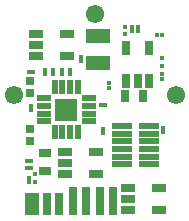
<source format=gbr>
G04 EasyPC Gerber Version 21.0.3 Build 4286 *
G04 #@! TF.Part,Single*
G04 #@! TF.FileFunction,Soldermask,Top *
G04 #@! TF.FilePolarity,Negative *
%FSLAX35Y35*%
%MOIN*%
G04 #@! TA.AperFunction,SMDPad*
%ADD154R,0.01387X0.01781*%
%ADD124R,0.01800X0.01800*%
%ADD152R,0.01978X0.04734*%
%ADD158R,0.02962X0.04931*%
%ADD90R,0.03000X0.04100*%
%ADD161R,0.03100X0.07600*%
%ADD157R,0.03100X0.09600*%
%ADD160R,0.05100X0.07600*%
%ADD153R,0.07687X0.07687*%
G04 #@! TA.AperFunction,WasherPad*
%ADD150C,0.06100*%
G04 #@! TA.AperFunction,SMDPad*
%ADD155R,0.01781X0.01387*%
%ADD151R,0.04734X0.01978*%
%ADD159R,0.06584X0.02096*%
%ADD89R,0.03000X0.02600*%
%ADD127R,0.04734X0.02765*%
%ADD123R,0.04100X0.03000*%
%ADD156R,0.08474X0.05128*%
X0Y0D02*
D02*
D89*
X10184Y25850D03*
Y29850D03*
Y41750D03*
Y45750D03*
D02*
D90*
X41984Y40750D03*
X47984D03*
D02*
D123*
X15284Y15850D03*
Y21850D03*
D02*
D124*
X11884Y12300D03*
Y14700D03*
X41984Y61450D03*
Y63850D03*
X54284Y51000D03*
Y53400D03*
D02*
D127*
X12166Y54010D03*
Y57750D03*
Y61490D03*
X21866Y14810D03*
Y18550D03*
Y22290D03*
X22402Y54010D03*
Y61490D03*
X32102Y14810D03*
Y22290D03*
X42866Y2810D03*
Y6550D03*
Y10290D03*
X53102Y2810D03*
Y10290D03*
D02*
D150*
X4784Y41250D03*
X31784Y68250D03*
X58784Y41250D03*
D02*
D151*
X14804Y32411D03*
Y34970D03*
Y37530D03*
Y40089D03*
X29765Y32411D03*
Y34970D03*
Y37530D03*
Y40089D03*
D02*
D152*
X18446Y28770D03*
Y43730D03*
X21005Y28770D03*
Y43730D03*
X23564Y28770D03*
Y43730D03*
X26123Y28770D03*
Y43730D03*
D02*
D153*
X22284Y36250D03*
D02*
D154*
X9195Y16962D03*
Y19262D03*
X9895Y48862D03*
X10573Y16962D03*
Y19262D03*
X11273Y48862D03*
X33795Y37738D03*
X35173D03*
X52695Y61138D03*
X54073D03*
D02*
D155*
X9772Y12261D03*
Y13639D03*
X10472Y36161D03*
Y37539D03*
X15272Y48161D03*
Y49539D03*
X17972Y48161D03*
Y49539D03*
X20996Y48161D03*
Y49539D03*
X23672Y48161D03*
Y49539D03*
X27272Y52561D03*
Y53939D03*
X34496Y28361D03*
Y29739D03*
X36572Y43661D03*
Y45039D03*
X44096Y62561D03*
Y63939D03*
X46196Y62561D03*
Y63939D03*
X54296Y46661D03*
Y48039D03*
X54572Y28961D03*
Y30339D03*
D02*
D156*
X32984Y51822D03*
Y60878D03*
D02*
D157*
X24418Y5738D03*
X28918D03*
X33418D03*
X37918D03*
D02*
D158*
X42341Y45935D03*
Y56959D03*
X46081Y45935D03*
X49821D03*
Y56959D03*
D02*
D159*
X40974Y18149D03*
Y20669D03*
Y23189D03*
Y25708D03*
Y28228D03*
Y30748D03*
X49990Y18149D03*
Y20669D03*
Y23189D03*
Y25708D03*
Y28228D03*
Y30748D03*
D02*
D160*
X10884Y4750D03*
D02*
D161*
X15884D03*
X19884D03*
X0Y0D02*
M02*

</source>
